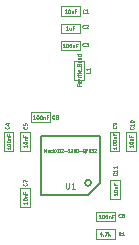
<source format=gbr>
%TF.GenerationSoftware,KiCad,Pcbnew,(5.1.9)-1*%
%TF.CreationDate,2021-07-11T13:39:41+02:00*%
%TF.ProjectId,TinyFPGA-A,54696e79-4650-4474-912d-412e6b696361,rev?*%
%TF.SameCoordinates,Original*%
%TF.FileFunction,Other,Fab,Top*%
%FSLAX46Y46*%
G04 Gerber Fmt 4.6, Leading zero omitted, Abs format (unit mm)*
G04 Created by KiCad (PCBNEW (5.1.9)-1) date 2021-07-11 13:39:41*
%MOMM*%
%LPD*%
G01*
G04 APERTURE LIST*
%ADD10C,0.200000*%
%ADD11C,0.150000*%
%ADD12C,0.100000*%
%ADD13C,0.125000*%
%ADD14C,0.062500*%
%ADD15C,0.075000*%
G04 APERTURE END LIST*
D10*
X90678000Y-134366000D02*
G75*
G03*
X90678000Y-134366000I-254000J0D01*
G01*
D11*
%TO.C,U1*%
X91400000Y-134405500D02*
X90400000Y-135405500D01*
X91400000Y-130405500D02*
X91400000Y-134405500D01*
X86400000Y-130405500D02*
X91400000Y-130405500D01*
X86400000Y-135405500D02*
X86400000Y-130405500D01*
X90400000Y-135405500D02*
X86400000Y-135405500D01*
D12*
%TO.C,C2*%
X89700000Y-121685000D02*
X88100000Y-121685000D01*
X88100000Y-121685000D02*
X88100000Y-120885000D01*
X88100000Y-120885000D02*
X89700000Y-120885000D01*
X89700000Y-120885000D02*
X89700000Y-121685000D01*
%TO.C,C4*%
X83293000Y-131673500D02*
X83293000Y-130073500D01*
X83293000Y-130073500D02*
X84093000Y-130073500D01*
X84093000Y-130073500D02*
X84093000Y-131673500D01*
X84093000Y-131673500D02*
X83293000Y-131673500D01*
%TO.C,C8*%
X87160000Y-129178000D02*
X85560000Y-129178000D01*
X85560000Y-129178000D02*
X85560000Y-128378000D01*
X85560000Y-128378000D02*
X87160000Y-128378000D01*
X87160000Y-128378000D02*
X87160000Y-129178000D01*
%TO.C,C9*%
X92259200Y-131673500D02*
X92259200Y-130073500D01*
X92259200Y-130073500D02*
X93059200Y-130073500D01*
X93059200Y-130073500D02*
X93059200Y-131673500D01*
X93059200Y-131673500D02*
X92259200Y-131673500D01*
%TO.C,C10*%
X93656200Y-131673500D02*
X93656200Y-130073500D01*
X93656200Y-130073500D02*
X94456200Y-130073500D01*
X94456200Y-130073500D02*
X94456200Y-131673500D01*
X94456200Y-131673500D02*
X93656200Y-131673500D01*
%TO.C,C11*%
X93110000Y-134137500D02*
X93110000Y-135737500D01*
X93110000Y-135737500D02*
X92310000Y-135737500D01*
X92310000Y-135737500D02*
X92310000Y-134137500D01*
X92310000Y-134137500D02*
X93110000Y-134137500D01*
%TO.C,R1*%
X91084500Y-138284000D02*
X92684500Y-138284000D01*
X92684500Y-138284000D02*
X92684500Y-139084000D01*
X92684500Y-139084000D02*
X91084500Y-139084000D01*
X91084500Y-139084000D02*
X91084500Y-138284000D01*
%TO.C,C1*%
X89700000Y-120224500D02*
X88100000Y-120224500D01*
X88100000Y-120224500D02*
X88100000Y-119424500D01*
X88100000Y-119424500D02*
X89700000Y-119424500D01*
X89700000Y-119424500D02*
X89700000Y-120224500D01*
%TO.C,C3*%
X89700000Y-123145500D02*
X88100000Y-123145500D01*
X88100000Y-123145500D02*
X88100000Y-122345500D01*
X88100000Y-122345500D02*
X89700000Y-122345500D01*
X89700000Y-122345500D02*
X89700000Y-123145500D01*
%TO.C,C5*%
X84690000Y-131673500D02*
X84690000Y-130073500D01*
X84690000Y-130073500D02*
X85490000Y-130073500D01*
X85490000Y-130073500D02*
X85490000Y-131673500D01*
X85490000Y-131673500D02*
X84690000Y-131673500D01*
%TO.C,C6*%
X91084500Y-136823500D02*
X92684500Y-136823500D01*
X92684500Y-136823500D02*
X92684500Y-137623500D01*
X92684500Y-137623500D02*
X91084500Y-137623500D01*
X91084500Y-137623500D02*
X91084500Y-136823500D01*
%TO.C,C7*%
X85490000Y-134836000D02*
X85490000Y-136436000D01*
X85490000Y-136436000D02*
X84690000Y-136436000D01*
X84690000Y-136436000D02*
X84690000Y-134836000D01*
X84690000Y-134836000D02*
X85490000Y-134836000D01*
%TO.C,L1*%
X89262000Y-125641000D02*
X89262000Y-124041000D01*
X89262000Y-124041000D02*
X90062000Y-124041000D01*
X90062000Y-124041000D02*
X90062000Y-125641000D01*
X90062000Y-125641000D02*
X89262000Y-125641000D01*
%TD*%
%TO.C,U1*%
D13*
X88519047Y-134346190D02*
X88519047Y-134750952D01*
X88542857Y-134798571D01*
X88566666Y-134822380D01*
X88614285Y-134846190D01*
X88709523Y-134846190D01*
X88757142Y-134822380D01*
X88780952Y-134798571D01*
X88804761Y-134750952D01*
X88804761Y-134346190D01*
X89304761Y-134846190D02*
X89019047Y-134846190D01*
X89161904Y-134846190D02*
X89161904Y-134346190D01*
X89114285Y-134417619D01*
X89066666Y-134465238D01*
X89019047Y-134489047D01*
D14*
X86721428Y-131771214D02*
X86721428Y-131471214D01*
X86804761Y-131685500D01*
X86888095Y-131471214D01*
X86888095Y-131771214D01*
X87114285Y-131771214D02*
X87114285Y-131614071D01*
X87102380Y-131585500D01*
X87078571Y-131571214D01*
X87030952Y-131571214D01*
X87007142Y-131585500D01*
X87114285Y-131756928D02*
X87090476Y-131771214D01*
X87030952Y-131771214D01*
X87007142Y-131756928D01*
X86995238Y-131728357D01*
X86995238Y-131699785D01*
X87007142Y-131671214D01*
X87030952Y-131656928D01*
X87090476Y-131656928D01*
X87114285Y-131642642D01*
X87340476Y-131756928D02*
X87316666Y-131771214D01*
X87269047Y-131771214D01*
X87245238Y-131756928D01*
X87233333Y-131742642D01*
X87221428Y-131714071D01*
X87221428Y-131628357D01*
X87233333Y-131599785D01*
X87245238Y-131585500D01*
X87269047Y-131571214D01*
X87316666Y-131571214D01*
X87340476Y-131585500D01*
X87447619Y-131771214D02*
X87447619Y-131471214D01*
X87554761Y-131771214D02*
X87554761Y-131614071D01*
X87542857Y-131585500D01*
X87519047Y-131571214D01*
X87483333Y-131571214D01*
X87459523Y-131585500D01*
X87447619Y-131599785D01*
X87650000Y-131471214D02*
X87816666Y-131771214D01*
X87816666Y-131471214D02*
X87650000Y-131771214D01*
X87959523Y-131471214D02*
X88007142Y-131471214D01*
X88030952Y-131485500D01*
X88054761Y-131514071D01*
X88066666Y-131571214D01*
X88066666Y-131671214D01*
X88054761Y-131728357D01*
X88030952Y-131756928D01*
X88007142Y-131771214D01*
X87959523Y-131771214D01*
X87935714Y-131756928D01*
X87911904Y-131728357D01*
X87900000Y-131671214D01*
X87900000Y-131571214D01*
X87911904Y-131514071D01*
X87935714Y-131485500D01*
X87959523Y-131471214D01*
X88161904Y-131499785D02*
X88173809Y-131485500D01*
X88197619Y-131471214D01*
X88257142Y-131471214D01*
X88280952Y-131485500D01*
X88292857Y-131499785D01*
X88304761Y-131528357D01*
X88304761Y-131556928D01*
X88292857Y-131599785D01*
X88150000Y-131771214D01*
X88304761Y-131771214D01*
X88411904Y-131656928D02*
X88602380Y-131656928D01*
X88852380Y-131771214D02*
X88709523Y-131771214D01*
X88780952Y-131771214D02*
X88780952Y-131471214D01*
X88757142Y-131514071D01*
X88733333Y-131542642D01*
X88709523Y-131556928D01*
X88947619Y-131499785D02*
X88959523Y-131485500D01*
X88983333Y-131471214D01*
X89042857Y-131471214D01*
X89066666Y-131485500D01*
X89078571Y-131499785D01*
X89090476Y-131528357D01*
X89090476Y-131556928D01*
X89078571Y-131599785D01*
X88935714Y-131771214D01*
X89090476Y-131771214D01*
X89245238Y-131471214D02*
X89269047Y-131471214D01*
X89292857Y-131485500D01*
X89304761Y-131499785D01*
X89316666Y-131528357D01*
X89328571Y-131585500D01*
X89328571Y-131656928D01*
X89316666Y-131714071D01*
X89304761Y-131742642D01*
X89292857Y-131756928D01*
X89269047Y-131771214D01*
X89245238Y-131771214D01*
X89221428Y-131756928D01*
X89209523Y-131742642D01*
X89197619Y-131714071D01*
X89185714Y-131656928D01*
X89185714Y-131585500D01*
X89197619Y-131528357D01*
X89209523Y-131499785D01*
X89221428Y-131485500D01*
X89245238Y-131471214D01*
X89483333Y-131471214D02*
X89507142Y-131471214D01*
X89530952Y-131485500D01*
X89542857Y-131499785D01*
X89554761Y-131528357D01*
X89566666Y-131585500D01*
X89566666Y-131656928D01*
X89554761Y-131714071D01*
X89542857Y-131742642D01*
X89530952Y-131756928D01*
X89507142Y-131771214D01*
X89483333Y-131771214D01*
X89459523Y-131756928D01*
X89447619Y-131742642D01*
X89435714Y-131714071D01*
X89423809Y-131656928D01*
X89423809Y-131585500D01*
X89435714Y-131528357D01*
X89447619Y-131499785D01*
X89459523Y-131485500D01*
X89483333Y-131471214D01*
X89673809Y-131656928D02*
X89864285Y-131656928D01*
X90150000Y-131799785D02*
X90126190Y-131785500D01*
X90102380Y-131756928D01*
X90066666Y-131714071D01*
X90042857Y-131699785D01*
X90019047Y-131699785D01*
X90030952Y-131771214D02*
X90007142Y-131756928D01*
X89983333Y-131728357D01*
X89971428Y-131671214D01*
X89971428Y-131571214D01*
X89983333Y-131514071D01*
X90007142Y-131485500D01*
X90030952Y-131471214D01*
X90078571Y-131471214D01*
X90102380Y-131485500D01*
X90126190Y-131514071D01*
X90138095Y-131571214D01*
X90138095Y-131671214D01*
X90126190Y-131728357D01*
X90102380Y-131756928D01*
X90078571Y-131771214D01*
X90030952Y-131771214D01*
X90328571Y-131614071D02*
X90245238Y-131614071D01*
X90245238Y-131771214D02*
X90245238Y-131471214D01*
X90364285Y-131471214D01*
X90459523Y-131771214D02*
X90459523Y-131471214D01*
X90602380Y-131771214D01*
X90602380Y-131471214D01*
X90697619Y-131471214D02*
X90852380Y-131471214D01*
X90769047Y-131585500D01*
X90804761Y-131585500D01*
X90828571Y-131599785D01*
X90840476Y-131614071D01*
X90852380Y-131642642D01*
X90852380Y-131714071D01*
X90840476Y-131742642D01*
X90828571Y-131756928D01*
X90804761Y-131771214D01*
X90733333Y-131771214D01*
X90709523Y-131756928D01*
X90697619Y-131742642D01*
X90947619Y-131499785D02*
X90959523Y-131485500D01*
X90983333Y-131471214D01*
X91042857Y-131471214D01*
X91066666Y-131485500D01*
X91078571Y-131499785D01*
X91090476Y-131528357D01*
X91090476Y-131556928D01*
X91078571Y-131599785D01*
X90935714Y-131771214D01*
X91090476Y-131771214D01*
%TO.C,C2*%
D15*
X90120000Y-121265142D02*
X90105714Y-121279428D01*
X90062857Y-121293714D01*
X90034285Y-121293714D01*
X89991428Y-121279428D01*
X89962857Y-121250857D01*
X89948571Y-121222285D01*
X89934285Y-121165142D01*
X89934285Y-121122285D01*
X89948571Y-121065142D01*
X89962857Y-121036571D01*
X89991428Y-121008000D01*
X90034285Y-120993714D01*
X90062857Y-120993714D01*
X90105714Y-121008000D01*
X90120000Y-121022285D01*
X90234285Y-121022285D02*
X90248571Y-121008000D01*
X90277142Y-120993714D01*
X90348571Y-120993714D01*
X90377142Y-121008000D01*
X90391428Y-121022285D01*
X90405714Y-121050857D01*
X90405714Y-121079428D01*
X90391428Y-121122285D01*
X90220000Y-121293714D01*
X90405714Y-121293714D01*
X88703648Y-121415634D02*
X88532220Y-121415634D01*
X88617934Y-121415634D02*
X88617934Y-121115634D01*
X88589362Y-121158491D01*
X88560791Y-121187062D01*
X88532220Y-121201348D01*
X88960791Y-121215634D02*
X88960791Y-121415634D01*
X88832220Y-121215634D02*
X88832220Y-121372777D01*
X88846505Y-121401348D01*
X88875077Y-121415634D01*
X88917934Y-121415634D01*
X88946505Y-121401348D01*
X88960791Y-121387062D01*
X89203648Y-121258491D02*
X89103648Y-121258491D01*
X89103648Y-121415634D02*
X89103648Y-121115634D01*
X89246505Y-121115634D01*
%TO.C,C4*%
X83673142Y-129590000D02*
X83687428Y-129604285D01*
X83701714Y-129647142D01*
X83701714Y-129675714D01*
X83687428Y-129718571D01*
X83658857Y-129747142D01*
X83630285Y-129761428D01*
X83573142Y-129775714D01*
X83530285Y-129775714D01*
X83473142Y-129761428D01*
X83444571Y-129747142D01*
X83416000Y-129718571D01*
X83401714Y-129675714D01*
X83401714Y-129647142D01*
X83416000Y-129604285D01*
X83430285Y-129590000D01*
X83501714Y-129332857D02*
X83701714Y-129332857D01*
X83387428Y-129404285D02*
X83601714Y-129475714D01*
X83601714Y-129290000D01*
X83849034Y-131337785D02*
X83849034Y-131509214D01*
X83849034Y-131423500D02*
X83549034Y-131423500D01*
X83591891Y-131452071D01*
X83620462Y-131480642D01*
X83634748Y-131509214D01*
X83549034Y-131152071D02*
X83549034Y-131123500D01*
X83563320Y-131094928D01*
X83577605Y-131080642D01*
X83606177Y-131066357D01*
X83663320Y-131052071D01*
X83734748Y-131052071D01*
X83791891Y-131066357D01*
X83820462Y-131080642D01*
X83834748Y-131094928D01*
X83849034Y-131123500D01*
X83849034Y-131152071D01*
X83834748Y-131180642D01*
X83820462Y-131194928D01*
X83791891Y-131209214D01*
X83734748Y-131223500D01*
X83663320Y-131223500D01*
X83606177Y-131209214D01*
X83577605Y-131194928D01*
X83563320Y-131180642D01*
X83549034Y-131152071D01*
X83549034Y-130866357D02*
X83549034Y-130837785D01*
X83563320Y-130809214D01*
X83577605Y-130794928D01*
X83606177Y-130780642D01*
X83663320Y-130766357D01*
X83734748Y-130766357D01*
X83791891Y-130780642D01*
X83820462Y-130794928D01*
X83834748Y-130809214D01*
X83849034Y-130837785D01*
X83849034Y-130866357D01*
X83834748Y-130894928D01*
X83820462Y-130909214D01*
X83791891Y-130923500D01*
X83734748Y-130937785D01*
X83663320Y-130937785D01*
X83606177Y-130923500D01*
X83577605Y-130909214D01*
X83563320Y-130894928D01*
X83549034Y-130866357D01*
X83649034Y-130637785D02*
X83849034Y-130637785D01*
X83677605Y-130637785D02*
X83663320Y-130623500D01*
X83649034Y-130594928D01*
X83649034Y-130552071D01*
X83663320Y-130523500D01*
X83691891Y-130509214D01*
X83849034Y-130509214D01*
X83691891Y-130266357D02*
X83691891Y-130366357D01*
X83849034Y-130366357D02*
X83549034Y-130366357D01*
X83549034Y-130223500D01*
%TO.C,C8*%
X85936354Y-128959434D02*
X85764925Y-128959434D01*
X85850640Y-128959434D02*
X85850640Y-128659434D01*
X85822068Y-128702291D01*
X85793497Y-128730862D01*
X85764925Y-128745148D01*
X86122068Y-128659434D02*
X86150640Y-128659434D01*
X86179211Y-128673720D01*
X86193497Y-128688005D01*
X86207782Y-128716577D01*
X86222068Y-128773720D01*
X86222068Y-128845148D01*
X86207782Y-128902291D01*
X86193497Y-128930862D01*
X86179211Y-128945148D01*
X86150640Y-128959434D01*
X86122068Y-128959434D01*
X86093497Y-128945148D01*
X86079211Y-128930862D01*
X86064925Y-128902291D01*
X86050640Y-128845148D01*
X86050640Y-128773720D01*
X86064925Y-128716577D01*
X86079211Y-128688005D01*
X86093497Y-128673720D01*
X86122068Y-128659434D01*
X86407782Y-128659434D02*
X86436354Y-128659434D01*
X86464925Y-128673720D01*
X86479211Y-128688005D01*
X86493497Y-128716577D01*
X86507782Y-128773720D01*
X86507782Y-128845148D01*
X86493497Y-128902291D01*
X86479211Y-128930862D01*
X86464925Y-128945148D01*
X86436354Y-128959434D01*
X86407782Y-128959434D01*
X86379211Y-128945148D01*
X86364925Y-128930862D01*
X86350640Y-128902291D01*
X86336354Y-128845148D01*
X86336354Y-128773720D01*
X86350640Y-128716577D01*
X86364925Y-128688005D01*
X86379211Y-128673720D01*
X86407782Y-128659434D01*
X86636354Y-128759434D02*
X86636354Y-128959434D01*
X86636354Y-128788005D02*
X86650640Y-128773720D01*
X86679211Y-128759434D01*
X86722068Y-128759434D01*
X86750640Y-128773720D01*
X86764925Y-128802291D01*
X86764925Y-128959434D01*
X87007782Y-128802291D02*
X86907782Y-128802291D01*
X86907782Y-128959434D02*
X86907782Y-128659434D01*
X87050640Y-128659434D01*
X87572380Y-128910542D02*
X87558094Y-128924828D01*
X87515237Y-128939114D01*
X87486665Y-128939114D01*
X87443808Y-128924828D01*
X87415237Y-128896257D01*
X87400951Y-128867685D01*
X87386665Y-128810542D01*
X87386665Y-128767685D01*
X87400951Y-128710542D01*
X87415237Y-128681971D01*
X87443808Y-128653400D01*
X87486665Y-128639114D01*
X87515237Y-128639114D01*
X87558094Y-128653400D01*
X87572380Y-128667685D01*
X87743808Y-128767685D02*
X87715237Y-128753400D01*
X87700951Y-128739114D01*
X87686665Y-128710542D01*
X87686665Y-128696257D01*
X87700951Y-128667685D01*
X87715237Y-128653400D01*
X87743808Y-128639114D01*
X87800951Y-128639114D01*
X87829522Y-128653400D01*
X87843808Y-128667685D01*
X87858094Y-128696257D01*
X87858094Y-128710542D01*
X87843808Y-128739114D01*
X87829522Y-128753400D01*
X87800951Y-128767685D01*
X87743808Y-128767685D01*
X87715237Y-128781971D01*
X87700951Y-128796257D01*
X87686665Y-128824828D01*
X87686665Y-128881971D01*
X87700951Y-128910542D01*
X87715237Y-128924828D01*
X87743808Y-128939114D01*
X87800951Y-128939114D01*
X87829522Y-128924828D01*
X87843808Y-128910542D01*
X87858094Y-128881971D01*
X87858094Y-128824828D01*
X87843808Y-128796257D01*
X87829522Y-128781971D01*
X87800951Y-128767685D01*
%TO.C,C9*%
X92794914Y-131294605D02*
X92794914Y-131466034D01*
X92794914Y-131380320D02*
X92494914Y-131380320D01*
X92537771Y-131408891D01*
X92566342Y-131437462D01*
X92580628Y-131466034D01*
X92494914Y-131108891D02*
X92494914Y-131080320D01*
X92509200Y-131051748D01*
X92523485Y-131037462D01*
X92552057Y-131023177D01*
X92609200Y-131008891D01*
X92680628Y-131008891D01*
X92737771Y-131023177D01*
X92766342Y-131037462D01*
X92780628Y-131051748D01*
X92794914Y-131080320D01*
X92794914Y-131108891D01*
X92780628Y-131137462D01*
X92766342Y-131151748D01*
X92737771Y-131166034D01*
X92680628Y-131180320D01*
X92609200Y-131180320D01*
X92552057Y-131166034D01*
X92523485Y-131151748D01*
X92509200Y-131137462D01*
X92494914Y-131108891D01*
X92494914Y-130823177D02*
X92494914Y-130794605D01*
X92509200Y-130766034D01*
X92523485Y-130751748D01*
X92552057Y-130737462D01*
X92609200Y-130723177D01*
X92680628Y-130723177D01*
X92737771Y-130737462D01*
X92766342Y-130751748D01*
X92780628Y-130766034D01*
X92794914Y-130794605D01*
X92794914Y-130823177D01*
X92780628Y-130851748D01*
X92766342Y-130866034D01*
X92737771Y-130880320D01*
X92680628Y-130894605D01*
X92609200Y-130894605D01*
X92552057Y-130880320D01*
X92523485Y-130866034D01*
X92509200Y-130851748D01*
X92494914Y-130823177D01*
X92594914Y-130594605D02*
X92794914Y-130594605D01*
X92623485Y-130594605D02*
X92609200Y-130580320D01*
X92594914Y-130551748D01*
X92594914Y-130508891D01*
X92609200Y-130480320D01*
X92637771Y-130466034D01*
X92794914Y-130466034D01*
X92637771Y-130223177D02*
X92637771Y-130323177D01*
X92794914Y-130323177D02*
X92494914Y-130323177D01*
X92494914Y-130180320D01*
X92763802Y-129564600D02*
X92778088Y-129578885D01*
X92792374Y-129621742D01*
X92792374Y-129650314D01*
X92778088Y-129693171D01*
X92749517Y-129721742D01*
X92720945Y-129736028D01*
X92663802Y-129750314D01*
X92620945Y-129750314D01*
X92563802Y-129736028D01*
X92535231Y-129721742D01*
X92506660Y-129693171D01*
X92492374Y-129650314D01*
X92492374Y-129621742D01*
X92506660Y-129578885D01*
X92520945Y-129564600D01*
X92792374Y-129421742D02*
X92792374Y-129364600D01*
X92778088Y-129336028D01*
X92763802Y-129321742D01*
X92720945Y-129293171D01*
X92663802Y-129278885D01*
X92549517Y-129278885D01*
X92520945Y-129293171D01*
X92506660Y-129307457D01*
X92492374Y-129336028D01*
X92492374Y-129393171D01*
X92506660Y-129421742D01*
X92520945Y-129436028D01*
X92549517Y-129450314D01*
X92620945Y-129450314D01*
X92649517Y-129436028D01*
X92663802Y-129421742D01*
X92678088Y-129393171D01*
X92678088Y-129336028D01*
X92663802Y-129307457D01*
X92649517Y-129293171D01*
X92620945Y-129278885D01*
%TO.C,C10*%
X94204614Y-131172068D02*
X94204614Y-131343497D01*
X94204614Y-131257782D02*
X93904614Y-131257782D01*
X93947471Y-131286354D01*
X93976042Y-131314925D01*
X93990328Y-131343497D01*
X93904614Y-130986354D02*
X93904614Y-130957782D01*
X93918900Y-130929211D01*
X93933185Y-130914925D01*
X93961757Y-130900640D01*
X94018900Y-130886354D01*
X94090328Y-130886354D01*
X94147471Y-130900640D01*
X94176042Y-130914925D01*
X94190328Y-130929211D01*
X94204614Y-130957782D01*
X94204614Y-130986354D01*
X94190328Y-131014925D01*
X94176042Y-131029211D01*
X94147471Y-131043497D01*
X94090328Y-131057782D01*
X94018900Y-131057782D01*
X93961757Y-131043497D01*
X93933185Y-131029211D01*
X93918900Y-131014925D01*
X93904614Y-130986354D01*
X94004614Y-130757782D02*
X94204614Y-130757782D01*
X94033185Y-130757782D02*
X94018900Y-130743497D01*
X94004614Y-130714925D01*
X94004614Y-130672068D01*
X94018900Y-130643497D01*
X94047471Y-130629211D01*
X94204614Y-130629211D01*
X94047471Y-130386354D02*
X94047471Y-130486354D01*
X94204614Y-130486354D02*
X93904614Y-130486354D01*
X93904614Y-130343497D01*
X94239542Y-129656657D02*
X94253828Y-129670942D01*
X94268114Y-129713800D01*
X94268114Y-129742371D01*
X94253828Y-129785228D01*
X94225257Y-129813800D01*
X94196685Y-129828085D01*
X94139542Y-129842371D01*
X94096685Y-129842371D01*
X94039542Y-129828085D01*
X94010971Y-129813800D01*
X93982400Y-129785228D01*
X93968114Y-129742371D01*
X93968114Y-129713800D01*
X93982400Y-129670942D01*
X93996685Y-129656657D01*
X94268114Y-129370942D02*
X94268114Y-129542371D01*
X94268114Y-129456657D02*
X93968114Y-129456657D01*
X94010971Y-129485228D01*
X94039542Y-129513800D01*
X94053828Y-129542371D01*
X93968114Y-129185228D02*
X93968114Y-129156657D01*
X93982400Y-129128085D01*
X93996685Y-129113800D01*
X94025257Y-129099514D01*
X94082400Y-129085228D01*
X94153828Y-129085228D01*
X94210971Y-129099514D01*
X94239542Y-129113800D01*
X94253828Y-129128085D01*
X94268114Y-129156657D01*
X94268114Y-129185228D01*
X94253828Y-129213800D01*
X94239542Y-129228085D01*
X94210971Y-129242371D01*
X94153828Y-129256657D01*
X94082400Y-129256657D01*
X94025257Y-129242371D01*
X93996685Y-129228085D01*
X93982400Y-129213800D01*
X93968114Y-129185228D01*
%TO.C,C11*%
X92817142Y-133542857D02*
X92831428Y-133557142D01*
X92845714Y-133600000D01*
X92845714Y-133628571D01*
X92831428Y-133671428D01*
X92802857Y-133700000D01*
X92774285Y-133714285D01*
X92717142Y-133728571D01*
X92674285Y-133728571D01*
X92617142Y-133714285D01*
X92588571Y-133700000D01*
X92560000Y-133671428D01*
X92545714Y-133628571D01*
X92545714Y-133600000D01*
X92560000Y-133557142D01*
X92574285Y-133542857D01*
X92845714Y-133257142D02*
X92845714Y-133428571D01*
X92845714Y-133342857D02*
X92545714Y-133342857D01*
X92588571Y-133371428D01*
X92617142Y-133400000D01*
X92631428Y-133428571D01*
X92845714Y-132971428D02*
X92845714Y-133142857D01*
X92845714Y-133057142D02*
X92545714Y-133057142D01*
X92588571Y-133085714D01*
X92617142Y-133114285D01*
X92631428Y-133142857D01*
X92883814Y-135248768D02*
X92883814Y-135420197D01*
X92883814Y-135334482D02*
X92583814Y-135334482D01*
X92626671Y-135363054D01*
X92655242Y-135391625D01*
X92669528Y-135420197D01*
X92583814Y-135063054D02*
X92583814Y-135034482D01*
X92598100Y-135005911D01*
X92612385Y-134991625D01*
X92640957Y-134977340D01*
X92698100Y-134963054D01*
X92769528Y-134963054D01*
X92826671Y-134977340D01*
X92855242Y-134991625D01*
X92869528Y-135005911D01*
X92883814Y-135034482D01*
X92883814Y-135063054D01*
X92869528Y-135091625D01*
X92855242Y-135105911D01*
X92826671Y-135120197D01*
X92769528Y-135134482D01*
X92698100Y-135134482D01*
X92640957Y-135120197D01*
X92612385Y-135105911D01*
X92598100Y-135091625D01*
X92583814Y-135063054D01*
X92683814Y-134834482D02*
X92883814Y-134834482D01*
X92712385Y-134834482D02*
X92698100Y-134820197D01*
X92683814Y-134791625D01*
X92683814Y-134748768D01*
X92698100Y-134720197D01*
X92726671Y-134705911D01*
X92883814Y-134705911D01*
X92726671Y-134463054D02*
X92726671Y-134563054D01*
X92883814Y-134563054D02*
X92583814Y-134563054D01*
X92583814Y-134420197D01*
%TO.C,R1*%
X93168000Y-138819714D02*
X93068000Y-138676857D01*
X92996571Y-138819714D02*
X92996571Y-138519714D01*
X93110857Y-138519714D01*
X93139428Y-138534000D01*
X93153714Y-138548285D01*
X93168000Y-138576857D01*
X93168000Y-138619714D01*
X93153714Y-138648285D01*
X93139428Y-138662571D01*
X93110857Y-138676857D01*
X92996571Y-138676857D01*
X93453714Y-138819714D02*
X93282285Y-138819714D01*
X93368000Y-138819714D02*
X93368000Y-138519714D01*
X93339428Y-138562571D01*
X93310857Y-138591142D01*
X93282285Y-138605428D01*
X91542428Y-138632414D02*
X91542428Y-138832414D01*
X91471000Y-138518128D02*
X91399571Y-138732414D01*
X91585285Y-138732414D01*
X91699571Y-138803842D02*
X91713857Y-138818128D01*
X91699571Y-138832414D01*
X91685285Y-138818128D01*
X91699571Y-138803842D01*
X91699571Y-138832414D01*
X91813857Y-138532414D02*
X92013857Y-138532414D01*
X91885285Y-138832414D01*
X92128142Y-138832414D02*
X92128142Y-138532414D01*
X92156714Y-138718128D02*
X92242428Y-138832414D01*
X92242428Y-138632414D02*
X92128142Y-138746700D01*
%TO.C,C1*%
X88601431Y-119985614D02*
X88430002Y-119985614D01*
X88515717Y-119985614D02*
X88515717Y-119685614D01*
X88487145Y-119728471D01*
X88458574Y-119757042D01*
X88430002Y-119771328D01*
X88787145Y-119685614D02*
X88815717Y-119685614D01*
X88844288Y-119699900D01*
X88858574Y-119714185D01*
X88872860Y-119742757D01*
X88887145Y-119799900D01*
X88887145Y-119871328D01*
X88872860Y-119928471D01*
X88858574Y-119957042D01*
X88844288Y-119971328D01*
X88815717Y-119985614D01*
X88787145Y-119985614D01*
X88758574Y-119971328D01*
X88744288Y-119957042D01*
X88730002Y-119928471D01*
X88715717Y-119871328D01*
X88715717Y-119799900D01*
X88730002Y-119742757D01*
X88744288Y-119714185D01*
X88758574Y-119699900D01*
X88787145Y-119685614D01*
X89144288Y-119785614D02*
X89144288Y-119985614D01*
X89015717Y-119785614D02*
X89015717Y-119942757D01*
X89030002Y-119971328D01*
X89058574Y-119985614D01*
X89101431Y-119985614D01*
X89130002Y-119971328D01*
X89144288Y-119957042D01*
X89387145Y-119828471D02*
X89287145Y-119828471D01*
X89287145Y-119985614D02*
X89287145Y-119685614D01*
X89430002Y-119685614D01*
X90132700Y-119949422D02*
X90118414Y-119963708D01*
X90075557Y-119977994D01*
X90046985Y-119977994D01*
X90004128Y-119963708D01*
X89975557Y-119935137D01*
X89961271Y-119906565D01*
X89946985Y-119849422D01*
X89946985Y-119806565D01*
X89961271Y-119749422D01*
X89975557Y-119720851D01*
X90004128Y-119692280D01*
X90046985Y-119677994D01*
X90075557Y-119677994D01*
X90118414Y-119692280D01*
X90132700Y-119706565D01*
X90418414Y-119977994D02*
X90246985Y-119977994D01*
X90332700Y-119977994D02*
X90332700Y-119677994D01*
X90304128Y-119720851D01*
X90275557Y-119749422D01*
X90246985Y-119763708D01*
%TO.C,C3*%
X88438254Y-122904074D02*
X88266825Y-122904074D01*
X88352540Y-122904074D02*
X88352540Y-122604074D01*
X88323968Y-122646931D01*
X88295397Y-122675502D01*
X88266825Y-122689788D01*
X88623968Y-122604074D02*
X88652540Y-122604074D01*
X88681111Y-122618360D01*
X88695397Y-122632645D01*
X88709682Y-122661217D01*
X88723968Y-122718360D01*
X88723968Y-122789788D01*
X88709682Y-122846931D01*
X88695397Y-122875502D01*
X88681111Y-122889788D01*
X88652540Y-122904074D01*
X88623968Y-122904074D01*
X88595397Y-122889788D01*
X88581111Y-122875502D01*
X88566825Y-122846931D01*
X88552540Y-122789788D01*
X88552540Y-122718360D01*
X88566825Y-122661217D01*
X88581111Y-122632645D01*
X88595397Y-122618360D01*
X88623968Y-122604074D01*
X88909682Y-122604074D02*
X88938254Y-122604074D01*
X88966825Y-122618360D01*
X88981111Y-122632645D01*
X88995397Y-122661217D01*
X89009682Y-122718360D01*
X89009682Y-122789788D01*
X88995397Y-122846931D01*
X88981111Y-122875502D01*
X88966825Y-122889788D01*
X88938254Y-122904074D01*
X88909682Y-122904074D01*
X88881111Y-122889788D01*
X88866825Y-122875502D01*
X88852540Y-122846931D01*
X88838254Y-122789788D01*
X88838254Y-122718360D01*
X88852540Y-122661217D01*
X88866825Y-122632645D01*
X88881111Y-122618360D01*
X88909682Y-122604074D01*
X89138254Y-122704074D02*
X89138254Y-122904074D01*
X89138254Y-122732645D02*
X89152540Y-122718360D01*
X89181111Y-122704074D01*
X89223968Y-122704074D01*
X89252540Y-122718360D01*
X89266825Y-122746931D01*
X89266825Y-122904074D01*
X89509682Y-122746931D02*
X89409682Y-122746931D01*
X89409682Y-122904074D02*
X89409682Y-122604074D01*
X89552540Y-122604074D01*
X90120000Y-122789142D02*
X90105714Y-122803428D01*
X90062857Y-122817714D01*
X90034285Y-122817714D01*
X89991428Y-122803428D01*
X89962857Y-122774857D01*
X89948571Y-122746285D01*
X89934285Y-122689142D01*
X89934285Y-122646285D01*
X89948571Y-122589142D01*
X89962857Y-122560571D01*
X89991428Y-122532000D01*
X90034285Y-122517714D01*
X90062857Y-122517714D01*
X90105714Y-122532000D01*
X90120000Y-122546285D01*
X90220000Y-122517714D02*
X90405714Y-122517714D01*
X90305714Y-122632000D01*
X90348571Y-122632000D01*
X90377142Y-122646285D01*
X90391428Y-122660571D01*
X90405714Y-122689142D01*
X90405714Y-122760571D01*
X90391428Y-122789142D01*
X90377142Y-122803428D01*
X90348571Y-122817714D01*
X90262857Y-122817714D01*
X90234285Y-122803428D01*
X90220000Y-122789142D01*
%TO.C,C5*%
X85235874Y-131151748D02*
X85235874Y-131323177D01*
X85235874Y-131237462D02*
X84935874Y-131237462D01*
X84978731Y-131266034D01*
X85007302Y-131294605D01*
X85021588Y-131323177D01*
X84935874Y-130966034D02*
X84935874Y-130937462D01*
X84950160Y-130908891D01*
X84964445Y-130894605D01*
X84993017Y-130880320D01*
X85050160Y-130866034D01*
X85121588Y-130866034D01*
X85178731Y-130880320D01*
X85207302Y-130894605D01*
X85221588Y-130908891D01*
X85235874Y-130937462D01*
X85235874Y-130966034D01*
X85221588Y-130994605D01*
X85207302Y-131008891D01*
X85178731Y-131023177D01*
X85121588Y-131037462D01*
X85050160Y-131037462D01*
X84993017Y-131023177D01*
X84964445Y-131008891D01*
X84950160Y-130994605D01*
X84935874Y-130966034D01*
X85035874Y-130737462D02*
X85235874Y-130737462D01*
X85064445Y-130737462D02*
X85050160Y-130723177D01*
X85035874Y-130694605D01*
X85035874Y-130651748D01*
X85050160Y-130623177D01*
X85078731Y-130608891D01*
X85235874Y-130608891D01*
X85078731Y-130366034D02*
X85078731Y-130466034D01*
X85235874Y-130466034D02*
X84935874Y-130466034D01*
X84935874Y-130323177D01*
X85212382Y-129615400D02*
X85226668Y-129629685D01*
X85240954Y-129672542D01*
X85240954Y-129701114D01*
X85226668Y-129743971D01*
X85198097Y-129772542D01*
X85169525Y-129786828D01*
X85112382Y-129801114D01*
X85069525Y-129801114D01*
X85012382Y-129786828D01*
X84983811Y-129772542D01*
X84955240Y-129743971D01*
X84940954Y-129701114D01*
X84940954Y-129672542D01*
X84955240Y-129629685D01*
X84969525Y-129615400D01*
X84940954Y-129343971D02*
X84940954Y-129486828D01*
X85083811Y-129501114D01*
X85069525Y-129486828D01*
X85055240Y-129458257D01*
X85055240Y-129386828D01*
X85069525Y-129358257D01*
X85083811Y-129343971D01*
X85112382Y-129329685D01*
X85183811Y-129329685D01*
X85212382Y-129343971D01*
X85226668Y-129358257D01*
X85240954Y-129386828D01*
X85240954Y-129458257D01*
X85226668Y-129486828D01*
X85212382Y-129501114D01*
%TO.C,C6*%
X93168000Y-137267142D02*
X93153714Y-137281428D01*
X93110857Y-137295714D01*
X93082285Y-137295714D01*
X93039428Y-137281428D01*
X93010857Y-137252857D01*
X92996571Y-137224285D01*
X92982285Y-137167142D01*
X92982285Y-137124285D01*
X92996571Y-137067142D01*
X93010857Y-137038571D01*
X93039428Y-137010000D01*
X93082285Y-136995714D01*
X93110857Y-136995714D01*
X93153714Y-137010000D01*
X93168000Y-137024285D01*
X93425142Y-136995714D02*
X93368000Y-136995714D01*
X93339428Y-137010000D01*
X93325142Y-137024285D01*
X93296571Y-137067142D01*
X93282285Y-137124285D01*
X93282285Y-137238571D01*
X93296571Y-137267142D01*
X93310857Y-137281428D01*
X93339428Y-137295714D01*
X93396571Y-137295714D01*
X93425142Y-137281428D01*
X93439428Y-137267142D01*
X93453714Y-137238571D01*
X93453714Y-137167142D01*
X93439428Y-137138571D01*
X93425142Y-137124285D01*
X93396571Y-137110000D01*
X93339428Y-137110000D01*
X93310857Y-137124285D01*
X93296571Y-137138571D01*
X93282285Y-137167142D01*
X91488794Y-137376994D02*
X91317365Y-137376994D01*
X91403080Y-137376994D02*
X91403080Y-137076994D01*
X91374508Y-137119851D01*
X91345937Y-137148422D01*
X91317365Y-137162708D01*
X91674508Y-137076994D02*
X91703080Y-137076994D01*
X91731651Y-137091280D01*
X91745937Y-137105565D01*
X91760222Y-137134137D01*
X91774508Y-137191280D01*
X91774508Y-137262708D01*
X91760222Y-137319851D01*
X91745937Y-137348422D01*
X91731651Y-137362708D01*
X91703080Y-137376994D01*
X91674508Y-137376994D01*
X91645937Y-137362708D01*
X91631651Y-137348422D01*
X91617365Y-137319851D01*
X91603080Y-137262708D01*
X91603080Y-137191280D01*
X91617365Y-137134137D01*
X91631651Y-137105565D01*
X91645937Y-137091280D01*
X91674508Y-137076994D01*
X91960222Y-137076994D02*
X91988794Y-137076994D01*
X92017365Y-137091280D01*
X92031651Y-137105565D01*
X92045937Y-137134137D01*
X92060222Y-137191280D01*
X92060222Y-137262708D01*
X92045937Y-137319851D01*
X92031651Y-137348422D01*
X92017365Y-137362708D01*
X91988794Y-137376994D01*
X91960222Y-137376994D01*
X91931651Y-137362708D01*
X91917365Y-137348422D01*
X91903080Y-137319851D01*
X91888794Y-137262708D01*
X91888794Y-137191280D01*
X91903080Y-137134137D01*
X91917365Y-137105565D01*
X91931651Y-137091280D01*
X91960222Y-137076994D01*
X92188794Y-137176994D02*
X92188794Y-137376994D01*
X92188794Y-137205565D02*
X92203080Y-137191280D01*
X92231651Y-137176994D01*
X92274508Y-137176994D01*
X92303080Y-137191280D01*
X92317365Y-137219851D01*
X92317365Y-137376994D01*
X92560222Y-137219851D02*
X92460222Y-137219851D01*
X92460222Y-137376994D02*
X92460222Y-137076994D01*
X92603080Y-137076994D01*
X93168000Y-137267142D02*
X93153714Y-137281428D01*
X93110857Y-137295714D01*
X93082285Y-137295714D01*
X93039428Y-137281428D01*
X93010857Y-137252857D01*
X92996571Y-137224285D01*
X92982285Y-137167142D01*
X92982285Y-137124285D01*
X92996571Y-137067142D01*
X93010857Y-137038571D01*
X93039428Y-137010000D01*
X93082285Y-136995714D01*
X93110857Y-136995714D01*
X93153714Y-137010000D01*
X93168000Y-137024285D01*
X93425142Y-136995714D02*
X93368000Y-136995714D01*
X93339428Y-137010000D01*
X93325142Y-137024285D01*
X93296571Y-137067142D01*
X93282285Y-137124285D01*
X93282285Y-137238571D01*
X93296571Y-137267142D01*
X93310857Y-137281428D01*
X93339428Y-137295714D01*
X93396571Y-137295714D01*
X93425142Y-137281428D01*
X93439428Y-137267142D01*
X93453714Y-137238571D01*
X93453714Y-137167142D01*
X93439428Y-137138571D01*
X93425142Y-137124285D01*
X93396571Y-137110000D01*
X93339428Y-137110000D01*
X93310857Y-137124285D01*
X93296571Y-137138571D01*
X93282285Y-137167142D01*
%TO.C,C7*%
X85235874Y-135954888D02*
X85235874Y-136126317D01*
X85235874Y-136040602D02*
X84935874Y-136040602D01*
X84978731Y-136069174D01*
X85007302Y-136097745D01*
X85021588Y-136126317D01*
X84935874Y-135769174D02*
X84935874Y-135740602D01*
X84950160Y-135712031D01*
X84964445Y-135697745D01*
X84993017Y-135683460D01*
X85050160Y-135669174D01*
X85121588Y-135669174D01*
X85178731Y-135683460D01*
X85207302Y-135697745D01*
X85221588Y-135712031D01*
X85235874Y-135740602D01*
X85235874Y-135769174D01*
X85221588Y-135797745D01*
X85207302Y-135812031D01*
X85178731Y-135826317D01*
X85121588Y-135840602D01*
X85050160Y-135840602D01*
X84993017Y-135826317D01*
X84964445Y-135812031D01*
X84950160Y-135797745D01*
X84935874Y-135769174D01*
X85035874Y-135540602D02*
X85235874Y-135540602D01*
X85064445Y-135540602D02*
X85050160Y-135526317D01*
X85035874Y-135497745D01*
X85035874Y-135454888D01*
X85050160Y-135426317D01*
X85078731Y-135412031D01*
X85235874Y-135412031D01*
X85078731Y-135169174D02*
X85078731Y-135269174D01*
X85235874Y-135269174D02*
X84935874Y-135269174D01*
X84935874Y-135126317D01*
X85197142Y-134416000D02*
X85211428Y-134430285D01*
X85225714Y-134473142D01*
X85225714Y-134501714D01*
X85211428Y-134544571D01*
X85182857Y-134573142D01*
X85154285Y-134587428D01*
X85097142Y-134601714D01*
X85054285Y-134601714D01*
X84997142Y-134587428D01*
X84968571Y-134573142D01*
X84940000Y-134544571D01*
X84925714Y-134501714D01*
X84925714Y-134473142D01*
X84940000Y-134430285D01*
X84954285Y-134416000D01*
X84925714Y-134316000D02*
X84925714Y-134116000D01*
X85225714Y-134244571D01*
%TO.C,L1*%
X90559714Y-124891000D02*
X90559714Y-125033857D01*
X90259714Y-125033857D01*
X90559714Y-124633857D02*
X90559714Y-124805285D01*
X90559714Y-124719571D02*
X90259714Y-124719571D01*
X90302571Y-124748142D01*
X90331142Y-124776714D01*
X90345428Y-124805285D01*
X89635491Y-126031948D02*
X89635491Y-126131948D01*
X89792634Y-126131948D02*
X89492634Y-126131948D01*
X89492634Y-125989091D01*
X89778348Y-125760520D02*
X89792634Y-125789091D01*
X89792634Y-125846234D01*
X89778348Y-125874805D01*
X89749777Y-125889091D01*
X89635491Y-125889091D01*
X89606920Y-125874805D01*
X89592634Y-125846234D01*
X89592634Y-125789091D01*
X89606920Y-125760520D01*
X89635491Y-125746234D01*
X89664062Y-125746234D01*
X89692634Y-125889091D01*
X89792634Y-125617662D02*
X89592634Y-125617662D01*
X89649777Y-125617662D02*
X89621205Y-125603377D01*
X89606920Y-125589091D01*
X89592634Y-125560520D01*
X89592634Y-125531948D01*
X89792634Y-125431948D02*
X89592634Y-125431948D01*
X89649777Y-125431948D02*
X89621205Y-125417662D01*
X89606920Y-125403377D01*
X89592634Y-125374805D01*
X89592634Y-125346234D01*
X89792634Y-125246234D02*
X89592634Y-125246234D01*
X89492634Y-125246234D02*
X89506920Y-125260520D01*
X89521205Y-125246234D01*
X89506920Y-125231948D01*
X89492634Y-125246234D01*
X89521205Y-125246234D01*
X89592634Y-125146234D02*
X89592634Y-125031948D01*
X89492634Y-125103377D02*
X89749777Y-125103377D01*
X89778348Y-125089091D01*
X89792634Y-125060520D01*
X89792634Y-125031948D01*
X89778348Y-124817662D02*
X89792634Y-124846234D01*
X89792634Y-124903377D01*
X89778348Y-124931948D01*
X89749777Y-124946234D01*
X89635491Y-124946234D01*
X89606920Y-124931948D01*
X89592634Y-124903377D01*
X89592634Y-124846234D01*
X89606920Y-124817662D01*
X89635491Y-124803377D01*
X89664062Y-124803377D01*
X89692634Y-124946234D01*
X89821205Y-124746234D02*
X89821205Y-124517662D01*
X89635491Y-124346234D02*
X89649777Y-124303377D01*
X89664062Y-124289091D01*
X89692634Y-124274805D01*
X89735491Y-124274805D01*
X89764062Y-124289091D01*
X89778348Y-124303377D01*
X89792634Y-124331948D01*
X89792634Y-124446234D01*
X89492634Y-124446234D01*
X89492634Y-124346234D01*
X89506920Y-124317662D01*
X89521205Y-124303377D01*
X89549777Y-124289091D01*
X89578348Y-124289091D01*
X89606920Y-124303377D01*
X89621205Y-124317662D01*
X89635491Y-124346234D01*
X89635491Y-124446234D01*
X89778348Y-124031948D02*
X89792634Y-124060520D01*
X89792634Y-124117662D01*
X89778348Y-124146234D01*
X89749777Y-124160520D01*
X89635491Y-124160520D01*
X89606920Y-124146234D01*
X89592634Y-124117662D01*
X89592634Y-124060520D01*
X89606920Y-124031948D01*
X89635491Y-124017662D01*
X89664062Y-124017662D01*
X89692634Y-124160520D01*
X89792634Y-123760520D02*
X89635491Y-123760520D01*
X89606920Y-123774805D01*
X89592634Y-123803377D01*
X89592634Y-123860520D01*
X89606920Y-123889091D01*
X89778348Y-123760520D02*
X89792634Y-123789091D01*
X89792634Y-123860520D01*
X89778348Y-123889091D01*
X89749777Y-123903377D01*
X89721205Y-123903377D01*
X89692634Y-123889091D01*
X89678348Y-123860520D01*
X89678348Y-123789091D01*
X89664062Y-123760520D01*
X89792634Y-123489091D02*
X89492634Y-123489091D01*
X89778348Y-123489091D02*
X89792634Y-123517662D01*
X89792634Y-123574805D01*
X89778348Y-123603377D01*
X89764062Y-123617662D01*
X89735491Y-123631948D01*
X89649777Y-123631948D01*
X89621205Y-123617662D01*
X89606920Y-123603377D01*
X89592634Y-123574805D01*
X89592634Y-123517662D01*
X89606920Y-123489091D01*
%TD*%
M02*

</source>
